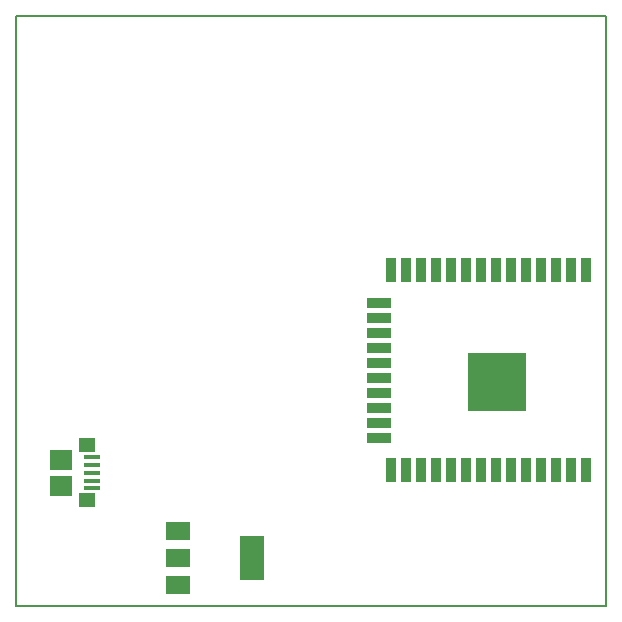
<source format=gbr>
G04 #@! TF.GenerationSoftware,KiCad,Pcbnew,5.0.0-fee4fd1~66~ubuntu18.04.1*
G04 #@! TF.CreationDate,2018-11-12T17:48:12-03:00*
G04 #@! TF.ProjectId,pcbAlarma,706362416C61726D612E6B696361645F,1.1*
G04 #@! TF.SameCoordinates,Original*
G04 #@! TF.FileFunction,Paste,Bot*
G04 #@! TF.FilePolarity,Positive*
%FSLAX46Y46*%
G04 Gerber Fmt 4.6, Leading zero omitted, Abs format (unit mm)*
G04 Created by KiCad (PCBNEW 5.0.0-fee4fd1~66~ubuntu18.04.1) date Mon Nov 12 17:48:12 2018*
%MOMM*%
%LPD*%
G01*
G04 APERTURE LIST*
%ADD10C,0.150000*%
%ADD11R,1.450000X1.150000*%
%ADD12R,1.900000X1.750000*%
%ADD13R,1.400000X0.400000*%
%ADD14R,2.000000X1.500000*%
%ADD15R,2.000000X3.800000*%
%ADD16R,0.900000X2.000000*%
%ADD17R,2.000000X0.900000*%
%ADD18R,5.000000X5.000000*%
G04 APERTURE END LIST*
D10*
X164200000Y-64600000D02*
X164200000Y-114600000D01*
X214200000Y-64600000D02*
X164200000Y-64600000D01*
X214200000Y-114600000D02*
X214200000Y-64600000D01*
X164200000Y-114600000D02*
X214200000Y-114600000D01*
D11*
G04 #@! TO.C,J1*
X170230000Y-105620000D03*
X170230000Y-100980000D03*
D12*
X168000000Y-104425000D03*
D13*
X170650000Y-103300000D03*
X170650000Y-102650000D03*
X170650000Y-102000000D03*
X170650000Y-104600000D03*
X170650000Y-103950000D03*
D12*
X168000000Y-102175000D03*
G04 #@! TD*
D14*
G04 #@! TO.C,U1*
X177900000Y-112800000D03*
X177900000Y-108200000D03*
X177900000Y-110500000D03*
D15*
X184200000Y-110500000D03*
G04 #@! TD*
D16*
G04 #@! TO.C,U2*
X212455000Y-86100000D03*
X211185000Y-86100000D03*
X209915000Y-86100000D03*
X208645000Y-86100000D03*
X207375000Y-86100000D03*
X206105000Y-86100000D03*
X204835000Y-86100000D03*
X203565000Y-86100000D03*
X202295000Y-86100000D03*
X201025000Y-86100000D03*
X199755000Y-86100000D03*
X198485000Y-86100000D03*
X197215000Y-86100000D03*
X195945000Y-86100000D03*
D17*
X194945000Y-88885000D03*
X194945000Y-90155000D03*
X194945000Y-91425000D03*
X194945000Y-92695000D03*
X194945000Y-93965000D03*
X194945000Y-95235000D03*
X194945000Y-96505000D03*
X194945000Y-97775000D03*
X194945000Y-99045000D03*
X194945000Y-100315000D03*
D16*
X195945000Y-103100000D03*
X197215000Y-103100000D03*
X198485000Y-103100000D03*
X199755000Y-103100000D03*
X201025000Y-103100000D03*
X202295000Y-103100000D03*
X203565000Y-103100000D03*
X204835000Y-103100000D03*
X206105000Y-103100000D03*
X207375000Y-103100000D03*
X208645000Y-103100000D03*
X209915000Y-103100000D03*
X211185000Y-103100000D03*
X212455000Y-103100000D03*
D18*
X204955000Y-95600000D03*
G04 #@! TD*
M02*

</source>
